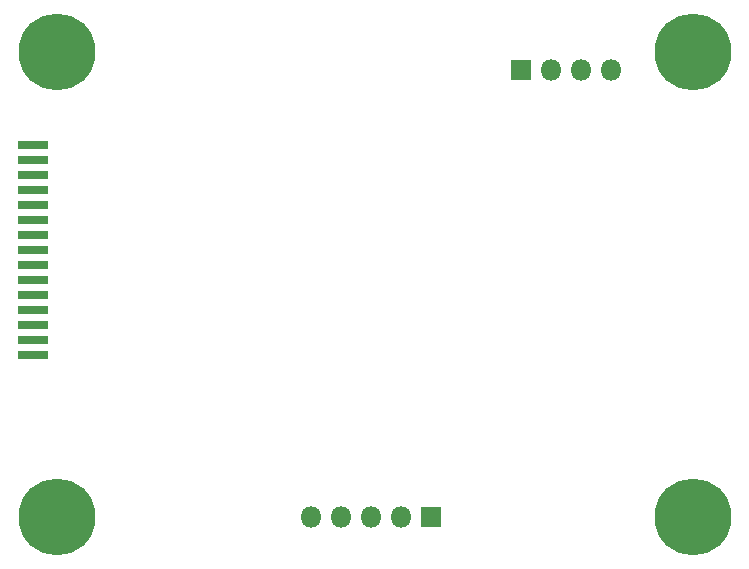
<source format=gbr>
%TF.GenerationSoftware,KiCad,Pcbnew,(5.1.6)-1*%
%TF.CreationDate,2020-05-27T22:40:41+03:00*%
%TF.ProjectId,MD-100 Emulator,4d442d31-3030-4204-956d-756c61746f72,rev?*%
%TF.SameCoordinates,Original*%
%TF.FileFunction,Soldermask,Bot*%
%TF.FilePolarity,Negative*%
%FSLAX46Y46*%
G04 Gerber Fmt 4.6, Leading zero omitted, Abs format (unit mm)*
G04 Created by KiCad (PCBNEW (5.1.6)-1) date 2020-05-27 22:40:41*
%MOMM*%
%LPD*%
G01*
G04 APERTURE LIST*
%ADD10O,1.800000X1.800000*%
%ADD11R,1.800000X1.800000*%
%ADD12R,2.640000X0.700000*%
%ADD13C,0.900000*%
%ADD14C,6.500000*%
G04 APERTURE END LIST*
D10*
%TO.C,J3*%
X112522000Y-134620000D03*
X115062000Y-134620000D03*
X117602000Y-134620000D03*
X120142000Y-134620000D03*
D11*
X122682000Y-134620000D03*
%TD*%
D10*
%TO.C,J2*%
X137922000Y-96774000D03*
X135382000Y-96774000D03*
X132842000Y-96774000D03*
D11*
X130302000Y-96774000D03*
%TD*%
D12*
%TO.C,J1*%
X89027000Y-103124000D03*
X89027000Y-104394000D03*
X89027000Y-105664000D03*
X89027000Y-106934000D03*
X89027000Y-108204000D03*
X89027000Y-109474000D03*
X89027000Y-110744000D03*
X89027000Y-112014000D03*
X89027000Y-113284000D03*
X89027000Y-114554000D03*
X89027000Y-115824000D03*
X89027000Y-117094000D03*
X89027000Y-118364000D03*
X89027000Y-119634000D03*
X89027000Y-120904000D03*
%TD*%
D13*
%TO.C,H4*%
X146604056Y-93552944D03*
X144907000Y-92850000D03*
X143209944Y-93552944D03*
X142507000Y-95250000D03*
X143209944Y-96947056D03*
X144907000Y-97650000D03*
X146604056Y-96947056D03*
X147307000Y-95250000D03*
D14*
X144907000Y-95250000D03*
%TD*%
D13*
%TO.C,H3*%
X92756056Y-93552944D03*
X91059000Y-92850000D03*
X89361944Y-93552944D03*
X88659000Y-95250000D03*
X89361944Y-96947056D03*
X91059000Y-97650000D03*
X92756056Y-96947056D03*
X93459000Y-95250000D03*
D14*
X91059000Y-95250000D03*
%TD*%
D13*
%TO.C,H2*%
X92756056Y-132922944D03*
X91059000Y-132220000D03*
X89361944Y-132922944D03*
X88659000Y-134620000D03*
X89361944Y-136317056D03*
X91059000Y-137020000D03*
X92756056Y-136317056D03*
X93459000Y-134620000D03*
D14*
X91059000Y-134620000D03*
%TD*%
D13*
%TO.C,H1*%
X146604056Y-132922944D03*
X144907000Y-132220000D03*
X143209944Y-132922944D03*
X142507000Y-134620000D03*
X143209944Y-136317056D03*
X144907000Y-137020000D03*
X146604056Y-136317056D03*
X147307000Y-134620000D03*
D14*
X144907000Y-134620000D03*
%TD*%
M02*

</source>
